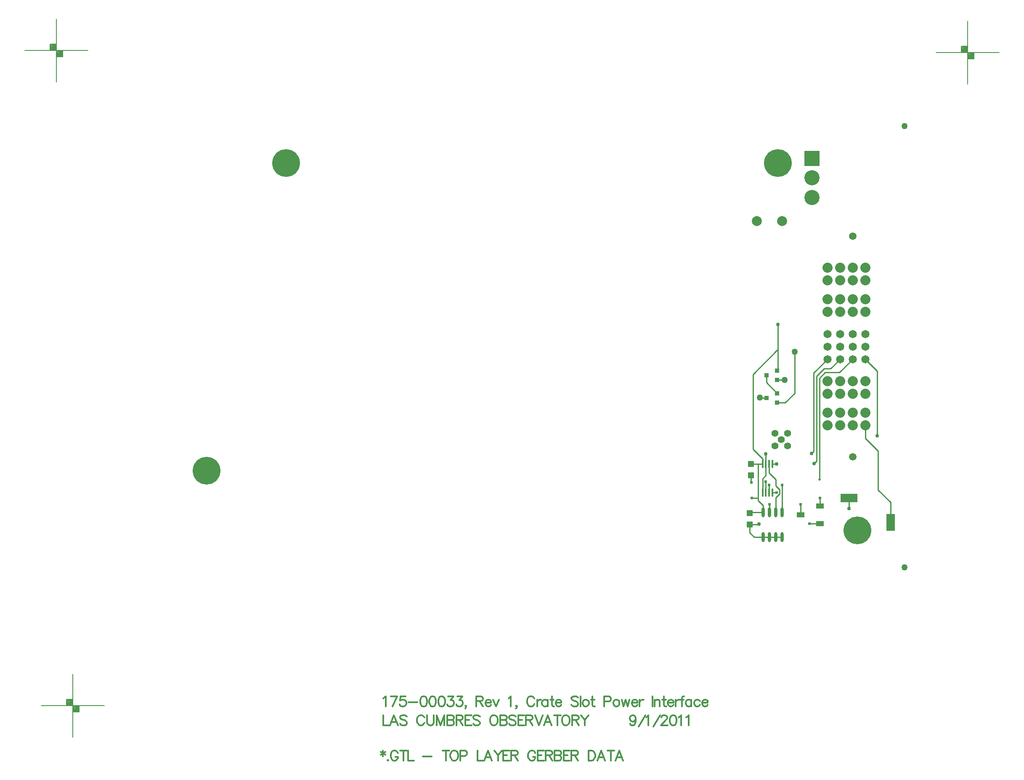
<source format=gtl>
%FSLAX23Y23*%
%MOIN*%
G70*
G01*
G75*
G04 Layer_Physical_Order=1*
G04 Layer_Color=255*
%ADD10R,0.135X0.070*%
%ADD11O,0.024X0.079*%
%ADD12R,0.036X0.036*%
%ADD13O,0.014X0.067*%
%ADD14R,0.059X0.039*%
%ADD15R,0.050X0.050*%
%ADD16R,0.070X0.135*%
%ADD17C,0.010*%
%ADD18C,0.020*%
%ADD19C,0.012*%
%ADD20C,0.008*%
%ADD21C,0.012*%
%ADD22C,0.012*%
%ADD23C,0.220*%
%ADD24C,0.050*%
%ADD25C,0.059*%
%ADD26C,0.080*%
%ADD27C,0.065*%
%ADD28C,0.079*%
%ADD29C,0.120*%
%ADD30R,0.120X0.120*%
%ADD31C,0.055*%
%ADD32C,0.030*%
%ADD33C,0.024*%
%ADD34C,0.020*%
D10*
X25721Y16085D02*
D03*
D11*
X25191Y15972D02*
D03*
X25141D02*
D03*
X25091D02*
D03*
X25041D02*
D03*
X25191Y15775D02*
D03*
X25141D02*
D03*
X25091D02*
D03*
X25041D02*
D03*
D12*
X25153Y16916D02*
D03*
X25067Y16879D02*
D03*
X25153Y16842D02*
D03*
Y17096D02*
D03*
X25067Y17059D02*
D03*
X25153Y17022D02*
D03*
D13*
X25114Y16356D02*
D03*
X25089D02*
D03*
X25063D02*
D03*
X25038D02*
D03*
X25114Y16131D02*
D03*
X25089D02*
D03*
X25063D02*
D03*
X25038D02*
D03*
D14*
X25493Y16022D02*
D03*
X25339Y15953D02*
D03*
X25493Y15884D02*
D03*
D15*
X24936Y15878D02*
D03*
Y15968D02*
D03*
X24946Y16268D02*
D03*
Y16358D02*
D03*
D16*
X26051Y15893D02*
D03*
D17*
X25721Y16003D02*
Y16085D01*
X25945Y16579D02*
Y17094D01*
X25851Y17188D02*
X25945Y17094D01*
X25487Y17038D02*
X25532Y17083D01*
X25646D01*
X25464Y17053D02*
X25524Y17113D01*
X25576D01*
X25646Y17083D02*
X25751Y17188D01*
X25576Y17113D02*
X25651Y17188D01*
X25442Y17079D02*
X25551Y17188D01*
X24946Y16210D02*
X24947Y16209D01*
X24946Y16210D02*
Y16268D01*
X24953Y16087D02*
X25002D01*
Y16356D01*
Y16065D02*
Y16087D01*
X25492Y16085D02*
X25493Y16085D01*
X25002Y16356D02*
X25038D01*
X24949D02*
X25002D01*
Y16065D02*
X25041Y16026D01*
Y15972D02*
Y16026D01*
X24946Y16358D02*
X24949Y16356D01*
X25409Y15883D02*
X25410Y15884D01*
X25493D01*
X25091Y15972D02*
X25093Y15974D01*
Y16038D01*
X25339Y16037D02*
X25339Y16037D01*
Y15953D02*
Y16037D01*
X25089Y16286D02*
Y16356D01*
Y16286D02*
X25141Y16233D01*
Y16182D02*
Y16233D01*
Y15972D02*
Y16091D01*
X25148Y16131D02*
X25149Y16130D01*
X25114Y16131D02*
X25148D01*
X25089D02*
Y16190D01*
X25063Y16131D02*
Y16217D01*
Y16267D02*
Y16356D01*
X25038Y16241D02*
X25063Y16267D01*
X25038Y16131D02*
Y16241D01*
X24936Y15968D02*
X24939Y15972D01*
X25041D01*
X25141Y15775D02*
X25191D01*
X25091D02*
X25141D01*
X25041D02*
X25091D01*
X24971D02*
X25041D01*
X25016Y16882D02*
X25019Y16879D01*
X25067D01*
Y17002D02*
Y17059D01*
Y17002D02*
X25153Y16916D01*
Y17022D02*
X25211D01*
X25141Y16091D02*
X25171Y16121D01*
Y16152D01*
X25141Y16182D02*
X25171Y16152D01*
X25493Y16022D02*
Y16085D01*
X25191Y15972D02*
Y16191D01*
X24936Y15810D02*
Y15878D01*
Y15810D02*
X24971Y15775D01*
X25153Y16842D02*
X25215D01*
X25291Y16918D01*
Y17248D01*
X25464Y16379D02*
Y17053D01*
X25487Y16233D02*
Y17038D01*
X25445Y16360D02*
X25464Y16379D01*
X25115Y16356D02*
X25148D01*
X25442Y16457D02*
Y17079D01*
X25424Y16439D02*
X25442Y16457D01*
X25063Y16356D02*
Y16435D01*
X24936Y15878D02*
X25009D01*
X25009Y15879D01*
X25038Y16356D02*
Y16395D01*
X24960Y16472D02*
X25038Y16395D01*
X24960Y16472D02*
Y17068D01*
X25152Y17260D01*
X25158D01*
Y17101D02*
Y17260D01*
Y17463D01*
X25851Y16561D02*
Y16663D01*
Y16561D02*
X25953Y16459D01*
Y16150D02*
Y16459D01*
Y16150D02*
X26051Y16052D01*
Y15893D02*
Y16052D01*
D18*
X25153Y17096D02*
X25158Y17101D01*
D19*
X22029Y14083D02*
Y14037D01*
X22010Y14072D02*
X22048Y14049D01*
Y14072D02*
X22010Y14049D01*
X22069Y14011D02*
X22065Y14007D01*
X22069Y14003D01*
X22072Y14007D01*
X22069Y14011D01*
X22147Y14064D02*
X22143Y14072D01*
X22136Y14079D01*
X22128Y14083D01*
X22113D01*
X22105Y14079D01*
X22098Y14072D01*
X22094Y14064D01*
X22090Y14053D01*
Y14034D01*
X22094Y14022D01*
X22098Y14015D01*
X22105Y14007D01*
X22113Y14003D01*
X22128D01*
X22136Y14007D01*
X22143Y14015D01*
X22147Y14022D01*
Y14034D01*
X22128D02*
X22147D01*
X22192Y14083D02*
Y14003D01*
X22165Y14083D02*
X22219D01*
X22228D02*
Y14003D01*
X22274D01*
X22345Y14037D02*
X22414D01*
X22527Y14083D02*
Y14003D01*
X22500Y14083D02*
X22554D01*
X22586D02*
X22579Y14079D01*
X22571Y14072D01*
X22567Y14064D01*
X22563Y14053D01*
Y14034D01*
X22567Y14022D01*
X22571Y14015D01*
X22579Y14007D01*
X22586Y14003D01*
X22601D01*
X22609Y14007D01*
X22617Y14015D01*
X22620Y14022D01*
X22624Y14034D01*
Y14053D01*
X22620Y14064D01*
X22617Y14072D01*
X22609Y14079D01*
X22601Y14083D01*
X22586D01*
X22643Y14041D02*
X22677D01*
X22689Y14045D01*
X22692Y14049D01*
X22696Y14056D01*
Y14068D01*
X22692Y14075D01*
X22689Y14079D01*
X22677Y14083D01*
X22643D01*
Y14003D01*
X22777Y14083D02*
Y14003D01*
X22823D01*
X22892D02*
X22862Y14083D01*
X22831Y14003D01*
X22843Y14030D02*
X22881D01*
X22911Y14083D02*
X22942Y14045D01*
Y14003D01*
X22972Y14083D02*
X22942Y14045D01*
X23032Y14083D02*
X22982D01*
Y14003D01*
X23032D01*
X22982Y14045D02*
X23013D01*
X23045Y14083D02*
Y14003D01*
Y14083D02*
X23079D01*
X23091Y14079D01*
X23095Y14075D01*
X23098Y14068D01*
Y14060D01*
X23095Y14053D01*
X23091Y14049D01*
X23079Y14045D01*
X23045D01*
X23072D02*
X23098Y14003D01*
X23236Y14064D02*
X23233Y14072D01*
X23225Y14079D01*
X23217Y14083D01*
X23202D01*
X23194Y14079D01*
X23187Y14072D01*
X23183Y14064D01*
X23179Y14053D01*
Y14034D01*
X23183Y14022D01*
X23187Y14015D01*
X23194Y14007D01*
X23202Y14003D01*
X23217D01*
X23225Y14007D01*
X23233Y14015D01*
X23236Y14022D01*
Y14034D01*
X23217D02*
X23236D01*
X23304Y14083D02*
X23255D01*
Y14003D01*
X23304D01*
X23255Y14045D02*
X23285D01*
X23317Y14083D02*
Y14003D01*
Y14083D02*
X23352D01*
X23363Y14079D01*
X23367Y14075D01*
X23371Y14068D01*
Y14060D01*
X23367Y14053D01*
X23363Y14049D01*
X23352Y14045D01*
X23317D01*
X23344D02*
X23371Y14003D01*
X23389Y14083D02*
Y14003D01*
Y14083D02*
X23423D01*
X23434Y14079D01*
X23438Y14075D01*
X23442Y14068D01*
Y14060D01*
X23438Y14053D01*
X23434Y14049D01*
X23423Y14045D01*
X23389D02*
X23423D01*
X23434Y14041D01*
X23438Y14037D01*
X23442Y14030D01*
Y14018D01*
X23438Y14011D01*
X23434Y14007D01*
X23423Y14003D01*
X23389D01*
X23509Y14083D02*
X23460D01*
Y14003D01*
X23509D01*
X23460Y14045D02*
X23490D01*
X23523Y14083D02*
Y14003D01*
Y14083D02*
X23557D01*
X23568Y14079D01*
X23572Y14075D01*
X23576Y14068D01*
Y14060D01*
X23572Y14053D01*
X23568Y14049D01*
X23557Y14045D01*
X23523D01*
X23549D02*
X23576Y14003D01*
X23657Y14083D02*
Y14003D01*
Y14083D02*
X23683D01*
X23695Y14079D01*
X23703Y14072D01*
X23706Y14064D01*
X23710Y14053D01*
Y14034D01*
X23706Y14022D01*
X23703Y14015D01*
X23695Y14007D01*
X23683Y14003D01*
X23657D01*
X23789D02*
X23759Y14083D01*
X23728Y14003D01*
X23739Y14030D02*
X23778D01*
X23834Y14083D02*
Y14003D01*
X23808Y14083D02*
X23861D01*
X23931Y14003D02*
X23901Y14083D01*
X23870Y14003D01*
X23882Y14030D02*
X23920D01*
D20*
X19321Y14441D02*
X19821D01*
X19571Y14191D02*
Y14691D01*
X19521Y14441D02*
Y14491D01*
X19571D01*
X19621Y14391D02*
Y14441D01*
X19571Y14391D02*
X19621D01*
X19576Y14436D02*
X19616D01*
Y14396D02*
Y14436D01*
X19576Y14396D02*
X19616D01*
X19576D02*
Y14436D01*
X19581Y14431D02*
X19611D01*
Y14401D02*
Y14431D01*
X19581Y14401D02*
X19611D01*
X19581D02*
Y14426D01*
X19586D02*
X19606D01*
Y14406D02*
Y14426D01*
X19586Y14406D02*
X19606D01*
X19586D02*
Y14421D01*
X19591D02*
X19601D01*
Y14411D02*
Y14421D01*
X19591Y14411D02*
X19601D01*
X19591D02*
Y14421D01*
Y14416D02*
X19601D01*
X19526Y14486D02*
X19566D01*
Y14446D02*
Y14486D01*
X19526Y14446D02*
X19566D01*
X19526D02*
Y14486D01*
X19531Y14481D02*
X19561D01*
Y14451D02*
Y14481D01*
X19531Y14451D02*
X19561D01*
X19531D02*
Y14476D01*
X19536D02*
X19556D01*
Y14456D02*
Y14476D01*
X19536Y14456D02*
X19556D01*
X19536D02*
Y14471D01*
X19541D02*
X19551D01*
Y14461D02*
Y14471D01*
X19541Y14461D02*
X19551D01*
X19541D02*
Y14471D01*
Y14466D02*
X19551D01*
X19192Y19635D02*
X19692D01*
X19442Y19385D02*
Y19885D01*
X19392Y19635D02*
Y19685D01*
X19442D01*
X19492Y19585D02*
Y19635D01*
X19442Y19585D02*
X19492D01*
X19447Y19630D02*
X19487D01*
Y19590D02*
Y19630D01*
X19447Y19590D02*
X19487D01*
X19447D02*
Y19630D01*
X19452Y19625D02*
X19482D01*
Y19595D02*
Y19625D01*
X19452Y19595D02*
X19482D01*
X19452D02*
Y19620D01*
X19457D02*
X19477D01*
Y19600D02*
Y19620D01*
X19457Y19600D02*
X19477D01*
X19457D02*
Y19615D01*
X19462D02*
X19472D01*
Y19605D02*
Y19615D01*
X19462Y19605D02*
X19472D01*
X19462D02*
Y19615D01*
Y19610D02*
X19472D01*
X19397Y19680D02*
X19437D01*
Y19640D02*
Y19680D01*
X19397Y19640D02*
X19437D01*
X19397D02*
Y19680D01*
X19402Y19675D02*
X19432D01*
Y19645D02*
Y19675D01*
X19402Y19645D02*
X19432D01*
X19402D02*
Y19670D01*
X19407D02*
X19427D01*
Y19650D02*
Y19670D01*
X19407Y19650D02*
X19427D01*
X19407D02*
Y19665D01*
X19412D02*
X19422D01*
Y19655D02*
Y19665D01*
X19412Y19655D02*
X19422D01*
X19412D02*
Y19665D01*
Y19660D02*
X19422D01*
X26412Y19619D02*
X26912D01*
X26662Y19369D02*
Y19869D01*
X26612Y19619D02*
Y19669D01*
X26662D01*
X26712Y19569D02*
Y19619D01*
X26662Y19569D02*
X26712D01*
X26667Y19614D02*
X26707D01*
Y19574D02*
Y19614D01*
X26667Y19574D02*
X26707D01*
X26667D02*
Y19614D01*
X26672Y19609D02*
X26702D01*
Y19579D02*
Y19609D01*
X26672Y19579D02*
X26702D01*
X26672D02*
Y19604D01*
X26677D02*
X26697D01*
Y19584D02*
Y19604D01*
X26677Y19584D02*
X26697D01*
X26677D02*
Y19599D01*
X26682D02*
X26692D01*
Y19589D02*
Y19599D01*
X26682Y19589D02*
X26692D01*
X26682D02*
Y19599D01*
Y19594D02*
X26692D01*
X26617Y19664D02*
X26657D01*
Y19624D02*
Y19664D01*
X26617Y19624D02*
X26657D01*
X26617D02*
Y19664D01*
X26622Y19659D02*
X26652D01*
Y19629D02*
Y19659D01*
X26622Y19629D02*
X26652D01*
X26622D02*
Y19654D01*
X26627D02*
X26647D01*
Y19634D02*
Y19654D01*
X26627Y19634D02*
X26647D01*
X26627D02*
Y19649D01*
X26632D02*
X26642D01*
Y19639D02*
Y19649D01*
X26632Y19639D02*
X26642D01*
X26632D02*
Y19649D01*
Y19644D02*
X26642D01*
D21*
X22031Y14498D02*
X22039Y14502D01*
X22050Y14514D01*
Y14434D01*
X22143Y14514D02*
X22105Y14434D01*
X22090Y14514D02*
X22143D01*
X22207D02*
X22169D01*
X22165Y14479D01*
X22169Y14483D01*
X22180Y14487D01*
X22192D01*
X22203Y14483D01*
X22211Y14476D01*
X22215Y14464D01*
Y14457D01*
X22211Y14445D01*
X22203Y14438D01*
X22192Y14434D01*
X22180D01*
X22169Y14438D01*
X22165Y14441D01*
X22161Y14449D01*
X22232Y14468D02*
X22301D01*
X22347Y14514D02*
X22336Y14510D01*
X22328Y14498D01*
X22325Y14479D01*
Y14468D01*
X22328Y14449D01*
X22336Y14438D01*
X22347Y14434D01*
X22355D01*
X22367Y14438D01*
X22374Y14449D01*
X22378Y14468D01*
Y14479D01*
X22374Y14498D01*
X22367Y14510D01*
X22355Y14514D01*
X22347D01*
X22419D02*
X22407Y14510D01*
X22400Y14498D01*
X22396Y14479D01*
Y14468D01*
X22400Y14449D01*
X22407Y14438D01*
X22419Y14434D01*
X22426D01*
X22438Y14438D01*
X22445Y14449D01*
X22449Y14468D01*
Y14479D01*
X22445Y14498D01*
X22438Y14510D01*
X22426Y14514D01*
X22419D01*
X22490D02*
X22478Y14510D01*
X22471Y14498D01*
X22467Y14479D01*
Y14468D01*
X22471Y14449D01*
X22478Y14438D01*
X22490Y14434D01*
X22498D01*
X22509Y14438D01*
X22517Y14449D01*
X22520Y14468D01*
Y14479D01*
X22517Y14498D01*
X22509Y14510D01*
X22498Y14514D01*
X22490D01*
X22546D02*
X22588D01*
X22565Y14483D01*
X22576D01*
X22584Y14479D01*
X22588Y14476D01*
X22592Y14464D01*
Y14457D01*
X22588Y14445D01*
X22580Y14438D01*
X22569Y14434D01*
X22557D01*
X22546Y14438D01*
X22542Y14441D01*
X22538Y14449D01*
X22617Y14514D02*
X22659D01*
X22636Y14483D01*
X22648D01*
X22655Y14479D01*
X22659Y14476D01*
X22663Y14464D01*
Y14457D01*
X22659Y14445D01*
X22651Y14438D01*
X22640Y14434D01*
X22629D01*
X22617Y14438D01*
X22613Y14441D01*
X22610Y14449D01*
X22688Y14438D02*
X22685Y14434D01*
X22681Y14438D01*
X22685Y14441D01*
X22688Y14438D01*
Y14430D01*
X22685Y14422D01*
X22681Y14418D01*
X22769Y14514D02*
Y14434D01*
Y14514D02*
X22803D01*
X22814Y14510D01*
X22818Y14506D01*
X22822Y14498D01*
Y14491D01*
X22818Y14483D01*
X22814Y14479D01*
X22803Y14476D01*
X22769D01*
X22795D02*
X22822Y14434D01*
X22840Y14464D02*
X22886D01*
Y14472D01*
X22882Y14479D01*
X22878Y14483D01*
X22870Y14487D01*
X22859D01*
X22851Y14483D01*
X22844Y14476D01*
X22840Y14464D01*
Y14457D01*
X22844Y14445D01*
X22851Y14438D01*
X22859Y14434D01*
X22870D01*
X22878Y14438D01*
X22886Y14445D01*
X22903Y14487D02*
X22926Y14434D01*
X22948Y14487D02*
X22926Y14434D01*
X23024Y14498D02*
X23032Y14502D01*
X23043Y14514D01*
Y14434D01*
X23091Y14438D02*
X23087Y14434D01*
X23083Y14438D01*
X23087Y14441D01*
X23091Y14438D01*
Y14430D01*
X23087Y14422D01*
X23083Y14418D01*
X23228Y14495D02*
X23224Y14502D01*
X23217Y14510D01*
X23209Y14514D01*
X23194D01*
X23186Y14510D01*
X23179Y14502D01*
X23175Y14495D01*
X23171Y14483D01*
Y14464D01*
X23175Y14453D01*
X23179Y14445D01*
X23186Y14438D01*
X23194Y14434D01*
X23209D01*
X23217Y14438D01*
X23224Y14445D01*
X23228Y14453D01*
X23251Y14487D02*
Y14434D01*
Y14464D02*
X23254Y14476D01*
X23262Y14483D01*
X23270Y14487D01*
X23281D01*
X23334D02*
Y14434D01*
Y14476D02*
X23326Y14483D01*
X23319Y14487D01*
X23307D01*
X23300Y14483D01*
X23292Y14476D01*
X23288Y14464D01*
Y14457D01*
X23292Y14445D01*
X23300Y14438D01*
X23307Y14434D01*
X23319D01*
X23326Y14438D01*
X23334Y14445D01*
X23367Y14514D02*
Y14449D01*
X23370Y14438D01*
X23378Y14434D01*
X23386D01*
X23355Y14487D02*
X23382D01*
X23397Y14464D02*
X23443D01*
Y14472D01*
X23439Y14479D01*
X23435Y14483D01*
X23428Y14487D01*
X23416D01*
X23409Y14483D01*
X23401Y14476D01*
X23397Y14464D01*
Y14457D01*
X23401Y14445D01*
X23409Y14438D01*
X23416Y14434D01*
X23428D01*
X23435Y14438D01*
X23443Y14445D01*
X23576Y14502D02*
X23569Y14510D01*
X23557Y14514D01*
X23542D01*
X23530Y14510D01*
X23523Y14502D01*
Y14495D01*
X23527Y14487D01*
X23530Y14483D01*
X23538Y14479D01*
X23561Y14472D01*
X23569Y14468D01*
X23572Y14464D01*
X23576Y14457D01*
Y14445D01*
X23569Y14438D01*
X23557Y14434D01*
X23542D01*
X23530Y14438D01*
X23523Y14445D01*
X23594Y14514D02*
Y14434D01*
X23630Y14487D02*
X23622Y14483D01*
X23615Y14476D01*
X23611Y14464D01*
Y14457D01*
X23615Y14445D01*
X23622Y14438D01*
X23630Y14434D01*
X23641D01*
X23649Y14438D01*
X23657Y14445D01*
X23660Y14457D01*
Y14464D01*
X23657Y14476D01*
X23649Y14483D01*
X23641Y14487D01*
X23630D01*
X23689Y14514D02*
Y14449D01*
X23693Y14438D01*
X23701Y14434D01*
X23708D01*
X23678Y14487D02*
X23705D01*
X23783Y14472D02*
X23817D01*
X23828Y14476D01*
X23832Y14479D01*
X23836Y14487D01*
Y14498D01*
X23832Y14506D01*
X23828Y14510D01*
X23817Y14514D01*
X23783D01*
Y14434D01*
X23873Y14487D02*
X23865Y14483D01*
X23858Y14476D01*
X23854Y14464D01*
Y14457D01*
X23858Y14445D01*
X23865Y14438D01*
X23873Y14434D01*
X23884D01*
X23892Y14438D01*
X23900Y14445D01*
X23903Y14457D01*
Y14464D01*
X23900Y14476D01*
X23892Y14483D01*
X23884Y14487D01*
X23873D01*
X23921D02*
X23936Y14434D01*
X23951Y14487D02*
X23936Y14434D01*
X23951Y14487D02*
X23967Y14434D01*
X23982Y14487D02*
X23967Y14434D01*
X24000Y14464D02*
X24046D01*
Y14472D01*
X24042Y14479D01*
X24039Y14483D01*
X24031Y14487D01*
X24019D01*
X24012Y14483D01*
X24004Y14476D01*
X24000Y14464D01*
Y14457D01*
X24004Y14445D01*
X24012Y14438D01*
X24019Y14434D01*
X24031D01*
X24039Y14438D01*
X24046Y14445D01*
X24063Y14487D02*
Y14434D01*
Y14464D02*
X24067Y14476D01*
X24075Y14483D01*
X24082Y14487D01*
X24094D01*
X24164Y14514D02*
Y14434D01*
X24181Y14487D02*
Y14434D01*
Y14472D02*
X24192Y14483D01*
X24200Y14487D01*
X24211D01*
X24219Y14483D01*
X24222Y14472D01*
Y14434D01*
X24255Y14514D02*
Y14449D01*
X24259Y14438D01*
X24266Y14434D01*
X24274D01*
X24243Y14487D02*
X24270D01*
X24285Y14464D02*
X24331D01*
Y14472D01*
X24327Y14479D01*
X24323Y14483D01*
X24316Y14487D01*
X24304D01*
X24297Y14483D01*
X24289Y14476D01*
X24285Y14464D01*
Y14457D01*
X24289Y14445D01*
X24297Y14438D01*
X24304Y14434D01*
X24316D01*
X24323Y14438D01*
X24331Y14445D01*
X24348Y14487D02*
Y14434D01*
Y14464D02*
X24352Y14476D01*
X24360Y14483D01*
X24367Y14487D01*
X24379D01*
X24416Y14514D02*
X24409D01*
X24401Y14510D01*
X24397Y14498D01*
Y14434D01*
X24386Y14487D02*
X24413D01*
X24473D02*
Y14434D01*
Y14476D02*
X24466Y14483D01*
X24458Y14487D01*
X24447D01*
X24439Y14483D01*
X24432Y14476D01*
X24428Y14464D01*
Y14457D01*
X24432Y14445D01*
X24439Y14438D01*
X24447Y14434D01*
X24458D01*
X24466Y14438D01*
X24473Y14445D01*
X24541Y14476D02*
X24533Y14483D01*
X24525Y14487D01*
X24514D01*
X24506Y14483D01*
X24499Y14476D01*
X24495Y14464D01*
Y14457D01*
X24499Y14445D01*
X24506Y14438D01*
X24514Y14434D01*
X24525D01*
X24533Y14438D01*
X24541Y14445D01*
X24558Y14464D02*
X24603D01*
Y14472D01*
X24600Y14479D01*
X24596Y14483D01*
X24588Y14487D01*
X24577D01*
X24569Y14483D01*
X24561Y14476D01*
X24558Y14464D01*
Y14457D01*
X24561Y14445D01*
X24569Y14438D01*
X24577Y14434D01*
X24588D01*
X24596Y14438D01*
X24603Y14445D01*
D22*
X22031Y14364D02*
Y14284D01*
X22077D01*
X22147D02*
X22116Y14364D01*
X22086Y14284D01*
X22097Y14310D02*
X22135D01*
X22219Y14352D02*
X22211Y14360D01*
X22200Y14364D01*
X22184D01*
X22173Y14360D01*
X22165Y14352D01*
Y14345D01*
X22169Y14337D01*
X22173Y14333D01*
X22181Y14329D01*
X22204Y14322D01*
X22211Y14318D01*
X22215Y14314D01*
X22219Y14307D01*
Y14295D01*
X22211Y14287D01*
X22200Y14284D01*
X22184D01*
X22173Y14287D01*
X22165Y14295D01*
X22357Y14345D02*
X22353Y14352D01*
X22345Y14360D01*
X22338Y14364D01*
X22322D01*
X22315Y14360D01*
X22307Y14352D01*
X22303Y14345D01*
X22299Y14333D01*
Y14314D01*
X22303Y14303D01*
X22307Y14295D01*
X22315Y14287D01*
X22322Y14284D01*
X22338D01*
X22345Y14287D01*
X22353Y14295D01*
X22357Y14303D01*
X22379Y14364D02*
Y14307D01*
X22383Y14295D01*
X22391Y14287D01*
X22402Y14284D01*
X22410D01*
X22421Y14287D01*
X22429Y14295D01*
X22432Y14307D01*
Y14364D01*
X22454D02*
Y14284D01*
Y14364D02*
X22485Y14284D01*
X22515Y14364D02*
X22485Y14284D01*
X22515Y14364D02*
Y14284D01*
X22538Y14364D02*
Y14284D01*
Y14364D02*
X22573D01*
X22584Y14360D01*
X22588Y14356D01*
X22592Y14348D01*
Y14341D01*
X22588Y14333D01*
X22584Y14329D01*
X22573Y14326D01*
X22538D02*
X22573D01*
X22584Y14322D01*
X22588Y14318D01*
X22592Y14310D01*
Y14299D01*
X22588Y14291D01*
X22584Y14287D01*
X22573Y14284D01*
X22538D01*
X22610Y14364D02*
Y14284D01*
Y14364D02*
X22644D01*
X22655Y14360D01*
X22659Y14356D01*
X22663Y14348D01*
Y14341D01*
X22659Y14333D01*
X22655Y14329D01*
X22644Y14326D01*
X22610D01*
X22636D02*
X22663Y14284D01*
X22730Y14364D02*
X22681D01*
Y14284D01*
X22730D01*
X22681Y14326D02*
X22711D01*
X22797Y14352D02*
X22789Y14360D01*
X22778Y14364D01*
X22763D01*
X22751Y14360D01*
X22744Y14352D01*
Y14345D01*
X22747Y14337D01*
X22751Y14333D01*
X22759Y14329D01*
X22782Y14322D01*
X22789Y14318D01*
X22793Y14314D01*
X22797Y14307D01*
Y14295D01*
X22789Y14287D01*
X22778Y14284D01*
X22763D01*
X22751Y14287D01*
X22744Y14295D01*
X22900Y14364D02*
X22893Y14360D01*
X22885Y14352D01*
X22881Y14345D01*
X22878Y14333D01*
Y14314D01*
X22881Y14303D01*
X22885Y14295D01*
X22893Y14287D01*
X22900Y14284D01*
X22916D01*
X22923Y14287D01*
X22931Y14295D01*
X22935Y14303D01*
X22939Y14314D01*
Y14333D01*
X22935Y14345D01*
X22931Y14352D01*
X22923Y14360D01*
X22916Y14364D01*
X22900D01*
X22957D02*
Y14284D01*
Y14364D02*
X22992D01*
X23003Y14360D01*
X23007Y14356D01*
X23011Y14348D01*
Y14341D01*
X23007Y14333D01*
X23003Y14329D01*
X22992Y14326D01*
X22957D02*
X22992D01*
X23003Y14322D01*
X23007Y14318D01*
X23011Y14310D01*
Y14299D01*
X23007Y14291D01*
X23003Y14287D01*
X22992Y14284D01*
X22957D01*
X23082Y14352D02*
X23074Y14360D01*
X23063Y14364D01*
X23048D01*
X23036Y14360D01*
X23028Y14352D01*
Y14345D01*
X23032Y14337D01*
X23036Y14333D01*
X23044Y14329D01*
X23067Y14322D01*
X23074Y14318D01*
X23078Y14314D01*
X23082Y14307D01*
Y14295D01*
X23074Y14287D01*
X23063Y14284D01*
X23048D01*
X23036Y14287D01*
X23028Y14295D01*
X23149Y14364D02*
X23100D01*
Y14284D01*
X23149D01*
X23100Y14326D02*
X23130D01*
X23163Y14364D02*
Y14284D01*
Y14364D02*
X23197D01*
X23208Y14360D01*
X23212Y14356D01*
X23216Y14348D01*
Y14341D01*
X23212Y14333D01*
X23208Y14329D01*
X23197Y14326D01*
X23163D01*
X23189D02*
X23216Y14284D01*
X23234Y14364D02*
X23264Y14284D01*
X23295Y14364D02*
X23264Y14284D01*
X23366D02*
X23335Y14364D01*
X23305Y14284D01*
X23316Y14310D02*
X23354D01*
X23411Y14364D02*
Y14284D01*
X23385Y14364D02*
X23438D01*
X23470D02*
X23463Y14360D01*
X23455Y14352D01*
X23451Y14345D01*
X23447Y14333D01*
Y14314D01*
X23451Y14303D01*
X23455Y14295D01*
X23463Y14287D01*
X23470Y14284D01*
X23486D01*
X23493Y14287D01*
X23501Y14295D01*
X23505Y14303D01*
X23508Y14314D01*
Y14333D01*
X23505Y14345D01*
X23501Y14352D01*
X23493Y14360D01*
X23486Y14364D01*
X23470D01*
X23527D02*
Y14284D01*
Y14364D02*
X23561D01*
X23573Y14360D01*
X23577Y14356D01*
X23580Y14348D01*
Y14341D01*
X23577Y14333D01*
X23573Y14329D01*
X23561Y14326D01*
X23527D01*
X23554D02*
X23580Y14284D01*
X23598Y14364D02*
X23629Y14326D01*
Y14284D01*
X23659Y14364D02*
X23629Y14326D01*
X24033Y14337D02*
X24029Y14326D01*
X24022Y14318D01*
X24010Y14314D01*
X24007D01*
X23995Y14318D01*
X23987Y14326D01*
X23984Y14337D01*
Y14341D01*
X23987Y14352D01*
X23995Y14360D01*
X24007Y14364D01*
X24010D01*
X24022Y14360D01*
X24029Y14352D01*
X24033Y14337D01*
Y14318D01*
X24029Y14299D01*
X24022Y14287D01*
X24010Y14284D01*
X24003D01*
X23991Y14287D01*
X23987Y14295D01*
X24055Y14272D02*
X24108Y14364D01*
X24114Y14348D02*
X24121Y14352D01*
X24133Y14364D01*
Y14284D01*
X24172Y14272D02*
X24226Y14364D01*
X24235Y14345D02*
Y14348D01*
X24238Y14356D01*
X24242Y14360D01*
X24250Y14364D01*
X24265D01*
X24273Y14360D01*
X24277Y14356D01*
X24280Y14348D01*
Y14341D01*
X24277Y14333D01*
X24269Y14322D01*
X24231Y14284D01*
X24284D01*
X24325Y14364D02*
X24314Y14360D01*
X24306Y14348D01*
X24302Y14329D01*
Y14318D01*
X24306Y14299D01*
X24314Y14287D01*
X24325Y14284D01*
X24333D01*
X24344Y14287D01*
X24352Y14299D01*
X24355Y14318D01*
Y14329D01*
X24352Y14348D01*
X24344Y14360D01*
X24333Y14364D01*
X24325D01*
X24373Y14348D02*
X24381Y14352D01*
X24392Y14364D01*
Y14284D01*
X24432Y14348D02*
X24440Y14352D01*
X24451Y14364D01*
Y14284D01*
D23*
X21260Y18744D02*
D03*
X25157D02*
D03*
X20630Y16303D02*
D03*
X25787Y15831D02*
D03*
D24*
X26161Y15538D02*
D03*
Y19038D02*
D03*
X25016Y16882D02*
D03*
X25211Y17022D02*
D03*
X25291Y17248D02*
D03*
D25*
X25751Y16413D02*
D03*
Y18163D02*
D03*
D26*
X25851Y17913D02*
D03*
X25751D02*
D03*
X25651D02*
D03*
X25551D02*
D03*
Y17813D02*
D03*
X25651D02*
D03*
X25751D02*
D03*
X25851D02*
D03*
X25551Y17663D02*
D03*
X25651D02*
D03*
X25751D02*
D03*
X25851D02*
D03*
X25551Y17563D02*
D03*
X25651D02*
D03*
X25751D02*
D03*
X25851D02*
D03*
Y16663D02*
D03*
X25751D02*
D03*
X25651D02*
D03*
X25551D02*
D03*
X25851Y16763D02*
D03*
X25751D02*
D03*
X25651D02*
D03*
X25551D02*
D03*
X25851Y16913D02*
D03*
X25751D02*
D03*
X25651D02*
D03*
X25551D02*
D03*
Y17013D02*
D03*
X25651D02*
D03*
X25751D02*
D03*
X25851D02*
D03*
D27*
Y17188D02*
D03*
X25751D02*
D03*
X25651D02*
D03*
X25551D02*
D03*
X25851Y17288D02*
D03*
X25751D02*
D03*
X25651D02*
D03*
X25551D02*
D03*
X25851Y17388D02*
D03*
X25751D02*
D03*
X25651D02*
D03*
X25551D02*
D03*
D28*
X24991Y18283D02*
D03*
X25191D02*
D03*
D29*
X25427Y18469D02*
D03*
Y18625D02*
D03*
D30*
Y18781D02*
D03*
D31*
X25236Y16500D02*
D03*
X25136D02*
D03*
Y16600D02*
D03*
X25236D02*
D03*
X25186Y16550D02*
D03*
D32*
X25721Y16003D02*
D03*
X25945Y16579D02*
D03*
X25445Y16360D02*
D03*
X25148Y16356D02*
D03*
X25424Y16439D02*
D03*
X25063Y16435D02*
D03*
X25009Y15879D02*
D03*
X25158Y17463D02*
D03*
D33*
X24947Y16209D02*
D03*
X24953Y16087D02*
D03*
X25492Y16085D02*
D03*
X25063Y16217D02*
D03*
X25409Y15883D02*
D03*
X25093Y16038D02*
D03*
X25339Y16037D02*
D03*
X25191Y16191D02*
D03*
X25149Y16130D02*
D03*
X25089Y16190D02*
D03*
D34*
X25487Y16233D02*
D03*
M02*

</source>
